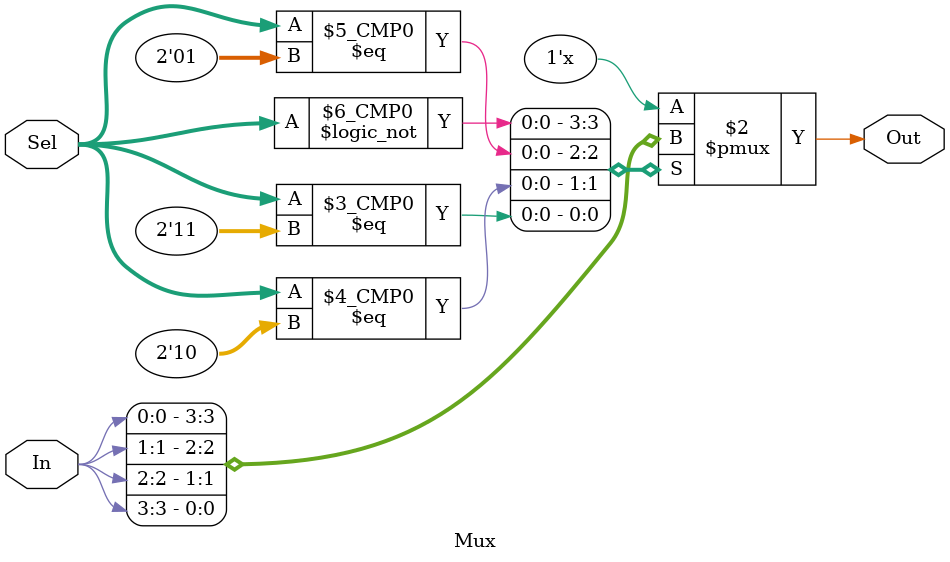
<source format=v>
module Mux (In,Sel,Out);

input [3:0] In;
output reg Out;
input [1:0]Sel;

always @(In,Sel)
begin
    case (Sel)
        2'b00: Out = In[0];
        2'b01: Out = In[1];
        2'b10: Out = In[2];
        2'b11: Out = In[3];
    endcase
end
endmodule
</source>
